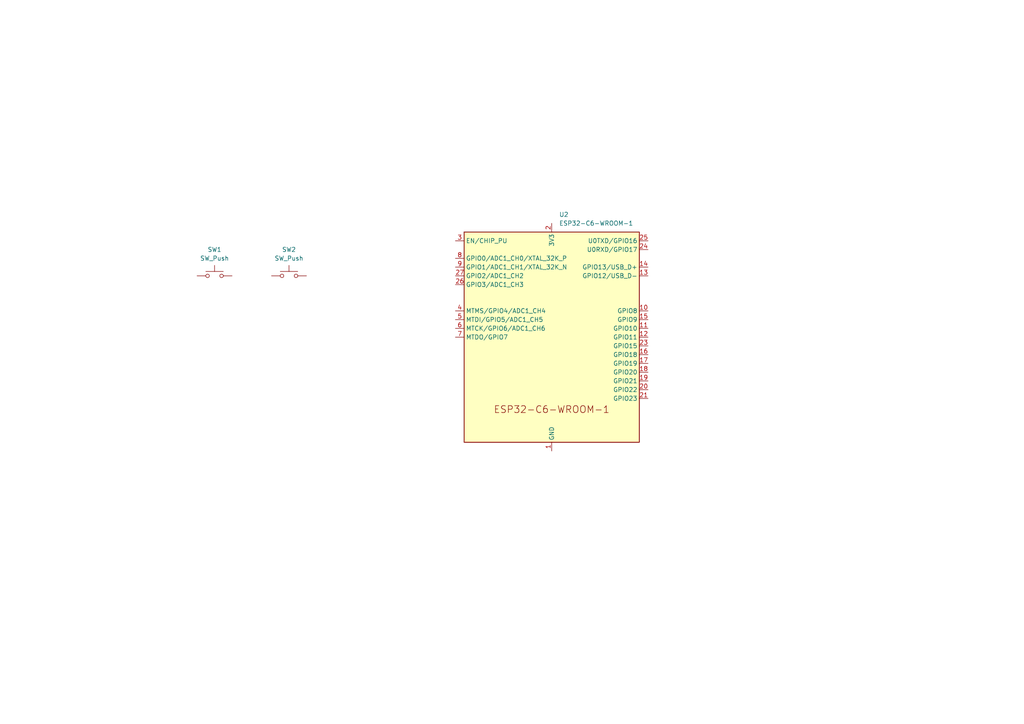
<source format=kicad_sch>
(kicad_sch (version 20250114) (generator "eeschema") (generator_version "9.0")
  (paper "A4")
  (lib_symbols
    (symbol "Espressif:ESP32-C6-WROOM-1"
      (property "Reference" "U" (at -25.4 35.56 0))
      (property "Value" "ESP32-C6-WROOM-1" (at -25.4 33.02 0))
      (symbol "ESP32-C6-WROOM-1_0_0"
        (text "ESP32-C6-WROOM-1" (at 0 -20.955 0) (effects (font (size 2 2))))
      )
      (symbol "ESP32-C6-WROOM-1_0_1"
        (rectangle (start -25.4 30.48) (end 25.4 -30.48) (stroke (width 0.254)) (fill (type background)))
      )
      (symbol "ESP32-C6-WROOM-1_1_1"
        (pin input line (at -27.94 27.94 0) (length 2.54) (name "EN/CHIP_PU") (number "3"))
        (pin bidirectional line (at -27.94 22.86 0) (length 2.54) (name "GPIO0/ADC1_CH0/XTAL_32K_P") (number "8"))
        (pin bidirectional line (at -27.94 20.32 0) (length 2.54) (name "GPIO1/ADC1_CH1/XTAL_32K_N") (number "9"))
        (pin bidirectional line (at -27.94 17.78 0) (length 2.54) (name "GPIO2/ADC1_CH2") (number "27"))
        (pin bidirectional line (at -27.94 15.24 0) (length 2.54) (name "GPIO3/ADC1_CH3") (number "26"))
        (pin bidirectional line (at -27.94 7.62 0) (length 2.54) (name "MTMS/GPIO4/ADC1_CH4") (number "4"))
        (pin bidirectional line (at -27.94 5.08 0) (length 2.54) (name "MTDI/GPIO5/ADC1_CH5") (number "5"))
        (pin bidirectional line (at -27.94 2.54 0) (length 2.54) (name "MTCK/GPIO6/ADC1_CH6") (number "6"))
        (pin bidirectional line (at -27.94 0 0) (length 2.54) (name "MTDO/GPIO7") (number "7"))
        (pin no_connect line (at -25.4 -12.7 0) (length 2.54) (hide yes) (name "NC") (number "22"))
        (pin power_in line (at 0 33.02 270) (length 2.54) (name "3V3") (number "2"))
        (pin power_in line (at 0 -33.02 90) (length 2.54) (name "GND") (number "1"))
        (pin passive line (at 0 -33.02 90) (length 2.54) (hide yes) (name "GND") (number "28"))
        (pin passive line (at 0 -33.02 90) (length 2.54) (hide yes) (name "GND") (number "29"))
        (pin bidirectional line (at 27.94 27.94 180) (length 2.54) (name "U0TXD/GPIO16") (number "25"))
        (pin bidirectional line (at 27.94 25.4 180) (length 2.54) (name "U0RXD/GPIO17") (number "24"))
        (pin bidirectional line (at 27.94 20.32 180) (length 2.54) (name "GPIO13/USB_D+") (number "14"))
        (pin bidirectional line (at 27.94 17.78 180) (length 2.54) (name "GPIO12/USB_D-") (number "13"))
        (pin bidirectional line (at 27.94 7.62 180) (length 2.54) (name "GPIO8") (number "10"))
        (pin bidirectional line (at 27.94 5.08 180) (length 2.54) (name "GPIO9") (number "15"))
        (pin bidirectional line (at 27.94 2.54 180) (length 2.54) (name "GPIO10") (number "11"))
        (pin bidirectional line (at 27.94 0 180) (length 2.54) (name "GPIO11") (number "12"))
        (pin bidirectional line (at 27.94 -2.54 180) (length 2.54) (name "GPIO15") (number "23"))
        (pin bidirectional line (at 27.94 -5.08 180) (length 2.54) (name "GPIO18") (number "16"))
        (pin bidirectional line (at 27.94 -7.62 180) (length 2.54) (name "GPIO19") (number "17"))
        (pin bidirectional line (at 27.94 -10.16 180) (length 2.54) (name "GPIO20") (number "18"))
        (pin bidirectional line (at 27.94 -12.7 180) (length 2.54) (name "GPIO21") (number "19"))
        (pin bidirectional line (at 27.94 -15.24 180) (length 2.54) (name "GPIO22") (number "20"))
        (pin bidirectional line (at 27.94 -17.78 180) (length 2.54) (name "GPIO23") (number "21"))
      )
    )
    (symbol "Switch:SW_Push" (pin_numbers (hide yes)) (pin_names (offset 1.016) (hide yes))
      (property "Reference" "SW" (at 1.27 2.54 0))
      (property "Value" "SW_Push" (at 0 -1.524 0))
      (symbol "SW_Push_0_1"
        (circle (center -2.032 0) (radius 0.508))
        (polyline (pts (xy 0 1.27) (xy 0 3.048)))
        (circle (center 2.032 0) (radius 0.508))
        (polyline (pts (xy 2.54 1.27) (xy -2.54 1.27)))
        (pin passive line (at -5.08 0 0) (length 2.54) (name "1") (number "1"))
        (pin passive line (at 5.08 0 180) (length 2.54) (name "2") (number "2"))
      )
    )
  )
  (symbol (lib_id "Switch:SW_Push") (at 62.23 80.01 0) (unit 1)
    (property "Reference" "SW1" (at 62.23 72.39 0))
    (property "Value" "SW_Push" (at 62.23 74.93 0))
    (property "Description" "Push button switch, generic, two pins" (effects (hide yes)))
  )
  (symbol (lib_id "Espressif:ESP32-C6-WROOM-1") (at 160.02 97.79 0) (unit 1)
    (property "Reference" "U2" (at 162.1633 62.23 0) (effects (justify left)))
    (property "Value" "ESP32-C6-WROOM-1" (at 162.1633 64.77 0) (effects (justify left)))
    (property "Footprint" "PCM_Espressif:ESP32-C6-WROOM-1" (effects (hide yes)))
    (property "Datasheet" "https://www.espressif.com/sites/default/files/documentation/esp32-c6-wroom-1_wroom-1u_datasheet_en.pdf" (effects (hide yes)))
    (property "Description" "ESP32-C6-WROOM-1/U is a module that supports 2.4 GHz Wi-Fi 6 (802.11 ax), Bluetooth® 5 (LE), Zigbee and Thread (802.15.4)" (effects (hide yes)))
  )
  (symbol (lib_id "Switch:SW_Push") (at 83.82 80.01 0) (unit 1)
    (property "Reference" "SW2" (at 83.82 72.39 0))
    (property "Value" "SW_Push" (at 83.82 74.93 0))
    (property "Description" "Push button switch, generic, two pins" (effects (hide yes)))
  )
)
</source>
